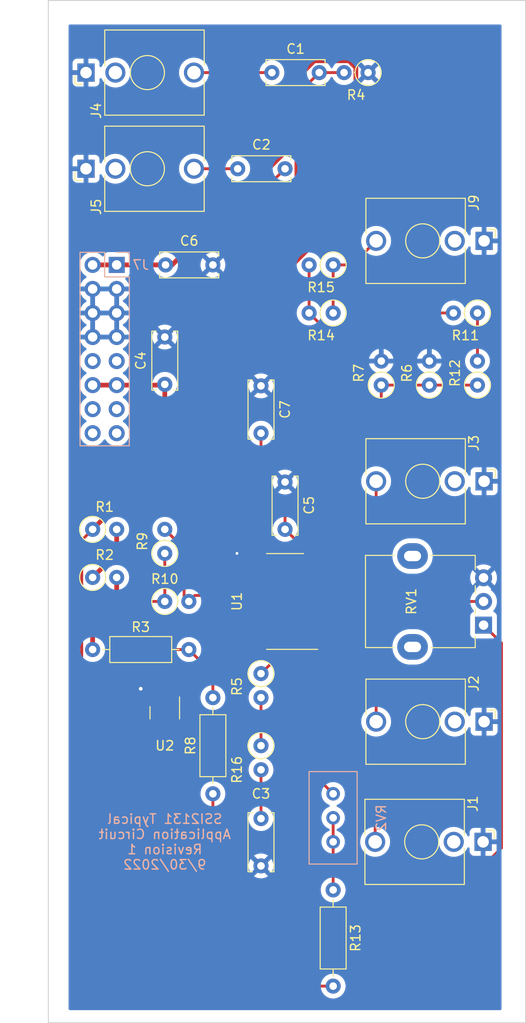
<source format=kicad_pcb>
(kicad_pcb (version 20211014) (generator pcbnew)
  (layers (0 "F.Cu" signal) (31 "B.Cu" power) (34 "B.Paste" user) (35 "F.Paste" user) (36 "B.SilkS" user "B.Silkscreen") (37 "F.SilkS" user "F.Silkscreen") (38 "B.Mask" user) (39 "F.Mask" user) (44 "Edge.Cuts" user))
  (net 0 "")
  (net 1 "Net-(C1-Pad1)")
  (net 2 "HardSync")
  (net 3 "SoftSync")
  (net 4 "Net-(C2-Pad2)")
  (net 5 "GND")
  (net 6 "Net-(C3-Pad2)")
  (net 7 "+5V")
  (net 8 "TCAP")
  (net 9 "-12V")
  (net 10 "Net-(R1-Pad2)")
  (net 11 "Net-(R2-Pad2)")
  (net 12 "VREF")
  (net 13 "BWComp")
  (net 14 "Net-(R16-Pad1)")
  (net 15 "HFTrack")
  (net 16 "Net-(R13-Pad2)")
  (net 17 "LinFreq")
  (net 18 "ExpoFreq")
  (net 23 "Net-(R13-Pad1)")
  (net 24 "ExpoScale")
  (net 25 "SawOut")
  (net 26 "PulseOut")
  (net 27 "TriOut")
  (net 28 "PWMCtrl")
  (net 29 "Net-(J9-PadT)")
  (net 30 "Net-(R11-Pad1)")
  (footprint "Capacitor_THT:C_Disc_D6.0mm_W2.5mm_P5.00mm" (layer "F.Cu") (at 114.3 86.36 90)
    (fp_text reference "C5" (at 2.54 2.54 90) (layer "F.SilkS"))
    (fp_text value "3.3 nF")
    (fp_line (start 5.62 -1.37) (end 5.62 -0.925) (layer "F.SilkS") (width 0.12))
    (fp_line (start -0.62 1.37) (end 5.62 1.37) (layer "F.SilkS") (width 0.12))
    (fp_line (start -0.62 -1.37) (end -0.62 -0.925) (layer "F.SilkS") (width 0.12))
    (fp_line (start -0.62 0.925) (end -0.62 1.37) (layer "F.SilkS") (width 0.12))
    (fp_line (start -0.62 -1.37) (end 5.62 -1.37) (layer "F.SilkS") (width 0.12))
    (fp_line (start 5.62 0.925) (end 5.62 1.37) (layer "F.SilkS") (width 0.12))
    (pad "1" thru_hole circle (at 0 0 90) (size 1.6 1.6) (drill 0.8) (layers *.Cu *.Mask) (net 8 "TCAP"))
    (pad "2" thru_hole circle (at 5 0 90) (size 1.6 1.6) (drill 0.8) (layers *.Cu *.Mask) (net 5 "GND"))
  )
  (footprint "Capacitor_THT:C_Disc_D6.0mm_W2.5mm_P5.00mm" (layer "F.Cu") (at 106.68 58.42 180)
    (fp_text reference "C6" (at 2.5 2.54) (layer "F.SilkS"))
    (fp_text value "0.1 uF")
    (fp_line (start -0.62 -1.37) (end 5.62 -1.37) (layer "F.SilkS") (width 0.12))
    (fp_line (start 5.62 -1.37) (end 5.62 -0.925) (layer "F.SilkS") (width 0.12))
    (fp_line (start 5.62 0.925) (end 5.62 1.37) (layer "F.SilkS") (width 0.12))
    (fp_line (start -0.62 0.925) (end -0.62 1.37) (layer "F.SilkS") (width 0.12))
    (fp_line (start -0.62 1.37) (end 5.62 1.37) (layer "F.SilkS") (width 0.12))
    (fp_line (start -0.62 -1.37) (end -0.62 -0.925) (layer "F.SilkS") (width 0.12))
    (pad "1" thru_hole circle (at 0 0 180) (size 1.6 1.6) (drill 0.8) (layers *.Cu *.Mask) (net 5 "GND"))
    (pad "2" thru_hole circle (at 5 0 180) (size 1.6 1.6) (drill 0.8) (layers *.Cu *.Mask) (net 9 "-12V"))
  )
  (footprint "Potentiometer_THT:Potentiometer_Alpha_RD901F-40-00D_Single_Vertical" (layer "F.Cu") (at 135.265 96.48 180)
    (fp_text reference "RV1" (at 7.62 2.5 90) (layer "F.SilkS"))
    (fp_text value "PWM Knob - 5 kOhms")
    (fp_line (start 0.88 7.37) (end 0.88 5.88) (layer "F.SilkS") (width 0.12))
    (fp_line (start 0.88 4.16) (end 0.88 3.33) (layer "F.SilkS") (width 0.12))
    (fp_line (start 0.88 -1.19) (end 0.88 -2.37) (layer "F.SilkS") (width 0.12))
    (fp_line (start 9.41 -2.37) (end 12.47 -2.37) (layer "F.SilkS") (width 0.12))
    (fp_line (start 9.41 7.37) (end 12.47 7.37) (layer "F.SilkS") (width 0.12))
    (fp_line (start 0.88 -2.38) (end 5.6 -2.38) (layer "F.SilkS") (width 0.12))
    (fp_line (start 0.88 7.37) (end 5.6 7.37) (layer "F.SilkS") (width 0.12))
    (fp_line (start 12.47 7.37) (end 12.47 -2.37) (layer "F.SilkS") (width 0.12))
    (fp_line (start 0.88 1.71) (end 0.88 1.18) (layer "F.SilkS") (width 0.12))
    (pad "" thru_hole oval (at 7.5 -2.3 270) (size 2.72 3.24) (drill oval 1.1 1.8) (layers *.Cu *.Mask))
    (pad "" thru_hole oval (at 7.5 7.3 270) (size 2.72 3.24) (drill oval 1.1 1.8) (layers *.Cu *.Mask))
    (pad "1" thru_hole rect (at 0 0 270) (size 1.8 1.8) (drill 1) (layers *.Cu *.Mask) (net 12 "VREF"))
    (pad "2" thru_hole circle (at 0 2.5 270) (size 1.8 1.8) (drill 1) (layers *.Cu *.Mask) (net 28 "PWMCtrl"))
    (pad "3" thru_hole circle (at 0 5 270) (size 1.8 1.8) (drill 1) (layers *.Cu *.Mask) (net 5 "GND"))
  )
  (footprint "Resistor_THT:R_Axial_DIN0207_L6.3mm_D2.5mm_P2.54mm_Vertical" (layer "F.Cu") (at 123.07 38.1 180)
    (fp_text reference "R4" (at 1.27 -2.37) (layer "F.SilkS"))
    (fp_text value "10 kOhms")
    (fp_line (start 1.37 0) (end 1.44 0) (layer "F.SilkS") (width 0.12))
    (fp_circle (center 0 0) (end 1.37 0) (layer "F.SilkS") (width 0.12) (fill none))
    (pad "1" thru_hole circle (at 0 0 180) (size 1.6 1.6) (drill 0.8) (layers *.Cu *.Mask) (net 5 "GND"))
    (pad "2" thru_hole oval (at 2.54 0 180) (size 1.6 1.6) (drill 0.8) (layers *.Cu *.Mask) (net 2 "HardSync"))
  )
  (footprint "Resistor_THT:R_Axial_DIN0207_L6.3mm_D2.5mm_P2.54mm_Vertical" (layer "F.Cu") (at 101.6 93.98)
    (fp_text reference "R10" (at 0 -2.37) (layer "F.SilkS"))
    (fp_text value "1 MOhms")
    (fp_line (start 1.37 0) (end 1.44 0) (layer "F.SilkS") (width 0.12))
    (fp_circle (center 0 0) (end 1.37 0) (layer "F.SilkS") (width 0.12) (fill none))
    (pad "1" thru_hole circle (at 0 0) (size 1.6 1.6) (drill 0.8) (layers *.Cu *.Mask) (net 12 "VREF"))
    (pad "2" thru_hole oval (at 2.54 0) (size 1.6 1.6) (drill 0.8) (layers *.Cu *.Mask) (net 17 "LinFreq"))
  )
  (footprint "Resistor_THT:R_Axial_DIN0207_L6.3mm_D2.5mm_P2.54mm_Vertical" (layer "F.Cu") (at 134.62 63.5 180)
    (fp_text reference "R11" (at 1.27 -2.37) (layer "F.SilkS"))
    (fp_text value "220 kOhms")
    (fp_line (start 1.37 0) (end 1.44 0) (layer "F.SilkS") (width 0.12))
    (fp_circle (center 0 0) (end 1.37 0) (layer "F.SilkS") (width 0.12) (fill none))
    (pad "1" thru_hole circle (at 0 0 180) (size 1.6 1.6) (drill 0.8) (layers *.Cu *.Mask) (net 30 "Net-(R11-Pad1)"))
    (pad "2" thru_hole oval (at 2.54 0 180) (size 1.6 1.6) (drill 0.8) (layers *.Cu *.Mask) (net 18 "ExpoFreq"))
  )
  (footprint "Resistor_THT:R_Axial_DIN0207_L6.3mm_D2.5mm_P2.54mm_Vertical" (layer "F.Cu") (at 111.76 101.6 -90)
    (fp_text reference "R5" (at 1.37 2.54 90) (layer "F.SilkS"))
    (fp_text value "220 Ohms")
    (fp_line (start 1.37 0) (end 1.44 0) (layer "F.SilkS") (width 0.12))
    (fp_circle (center 0 0) (end 1.37 0) (layer "F.SilkS") (width 0.12) (fill none))
    (pad "1" thru_hole circle (at 0 0 270) (size 1.6 1.6) (drill 0.8) (layers *.Cu *.Mask) (net 13 "BWComp"))
    (pad "2" thru_hole oval (at 2.54 0 270) (size 1.6 1.6) (drill 0.8) (layers *.Cu *.Mask) (net 14 "Net-(R16-Pad1)"))
  )
  (footprint "Connector_Audio:Jack_3.5mm_QingPu_WQP-PJ398SM_Vertical_CircularHoles" (layer "F.Cu") (at 135.32 81.28 -90)
    (fp_text reference "J3" (at -4.03 1.08 90) (layer "F.SilkS"))
    (fp_text value "Tri Out")
    (fp_line (start -0.8 12.48) (end -4.5 12.48) (layer "F.SilkS") (width 0.12))
    (fp_line (start -0.72 1.98) (end -4.5 1.98) (layer "F.SilkS") (width 0.12))
    (fp_line (start 4.5 12.48) (end 0.8 12.48) (layer "F.SilkS") (width 0.12))
    (fp_line (start 4.5 1.98) (end 4.5 12.48) (layer "F.SilkS") (width 0.12))
    (fp_line (start 4.5 1.98) (end 0.72 1.98) (layer "F.SilkS") (width 0.12))
    (fp_line (start -1.23 -1.17) (end -1.23 -0.37) (layer "F.SilkS") (width 0.12))
    (fp_line (start -1.23 -1.17) (end -0.37 -1.17) (layer "F.SilkS") (width 0.12))
    (fp_line (start -4.5 1.98) (end -4.5 12.48) (layer "F.SilkS") (width 0.12))
    (fp_circle (center 0 6.48) (end 1.8 6.48) (layer "F.SilkS") (width 0.12) (fill none))
    (pad "S" thru_hole rect (at 0 0 90) (size 1.93 1.83) (drill 1.22) (layers *.Cu *.Mask) (net 5 "GND"))
    (pad "T" thru_hole circle (at 0 11.4 90) (size 2.13 2.13) (drill 1.43) (layers *.Cu *.Mask) (net 27 "TriOut"))
    (pad "TN" thru_hole circle (at 0 3.1 90) (size 2.13 2.13) (drill 1.42) (layers *.Cu *.Mask))
  )
  (footprint "Resistor_THT:R_Axial_DIN0207_L6.3mm_D2.5mm_P2.54mm_Vertical" (layer "F.Cu") (at 93.98 86.36)
    (fp_text reference "R1" (at 1.27 -2.37) (layer "F.SilkS"))
    (fp_text value "4.7 kOhms")
    (fp_line (start 1.37 0) (end 1.44 0) (layer "F.SilkS") (width 0.12))
    (fp_circle (center 0 0) (end 1.37 0) (layer "F.SilkS") (width 0.12) (fill none))
    (pad "1" thru_hole circle (at 0 0) (size 1.6 1.6) (drill 0.8) (layers *.Cu *.Mask) (net 7 "+5V"))
    (pad "2" thru_hole oval (at 2.54 0) (size 1.6 1.6) (drill 0.8) (layers *.Cu *.Mask) (net 10 "Net-(R1-Pad2)"))
  )
  (footprint "Connector_Audio:Jack_3.5mm_QingPu_WQP-PJ398SM_Vertical_CircularHoles" (layer "F.Cu") (at 93.28 38.1 90)
    (fp_text reference "J4" (at -4.03 1.08 90) (layer "F.SilkS"))
    (fp_text value "Hard Sync")
    (fp_line (start -0.72 1.98) (end -4.5 1.98) (layer "F.SilkS") (width 0.12))
    (fp_line (start 4.5 1.98) (end 0.72 1.98) (layer "F.SilkS") (width 0.12))
    (fp_line (start -1.23 -1.17) (end -0.37 -1.17) (layer "F.SilkS") (width 0.12))
    (fp_line (start -1.23 -1.17) (end -1.23 -0.37) (layer "F.SilkS") (width 0.12))
    (fp_line (start -0.8 12.48) (end -4.5 12.48) (layer "F.SilkS") (width 0.12))
    (fp_line (start 4.5 12.48) (end 0.8 12.48) (layer "F.SilkS") (width 0.12))
    (fp_line (start 4.5 1.98) (end 4.5 12.48) (layer "F.SilkS") (width 0.12))
    (fp_line (start -4.5 1.98) (end -4.5 12.48) (layer "F.SilkS") (width 0.12))
    (fp_circle (center 0 6.48) (end 1.8 6.48) (layer "F.SilkS") (width 0.12) (fill none))
    (pad "S" thru_hole rect (at 0 0 270) (size 1.93 1.83) (drill 1.22) (layers *.Cu *.Mask) (net 5 "GND"))
    (pad "T" thru_hole circle (at 0 11.4 270) (size 2.13 2.13) (drill 1.43) (layers *.Cu *.Mask) (net 1 "Net-(C1-Pad1)"))
    (pad "TN" thru_hole circle (at 0 3.1 270) (size 2.13 2.13) (drill 1.42) (layers *.Cu *.Mask))
  )
  (footprint "Resistor_THT:R_Axial_DIN0207_L6.3mm_D2.5mm_P10.16mm_Horizontal" (layer "F.Cu") (at 106.68 114.3 90)
    (fp_text reference "R8" (at 5.08 -2.37 90) (layer "F.SilkS"))
    (fp_text value "22 kOhms")
    (fp_line (start 8.35 -1.37) (end 1.81 -1.37) (layer "F.SilkS") (width 0.12))
    (fp_line (start 1.04 0) (end 1.81 0) (layer "F.SilkS") (width 0.12))
    (fp_line (start 1.81 1.37) (end 8.35 1.37) (layer "F.SilkS") (width 0.12))
    (fp_line (start 9.12 0) (end 8.35 0) (layer "F.SilkS") (width 0.12))
    (fp_line (start 1.81 -1.37) (end 1.81 1.37) (layer "F.SilkS") (width 0.12))
    (fp_line (start 8.35 1.37) (end 8.35 -1.37) (layer "F.SilkS") (width 0.12))
    (pad "1" thru_hole circle (at 0 0 90) (size 1.6 1.6) (drill 0.8) (layers *.Cu *.Mask) (net 16 "Net-(R13-Pad2)"))
    (pad "2" thru_hole oval (at 10.16 0 90) (size 1.6 1.6) (drill 0.8) (layers *.Cu *.Mask) (net 12 "VREF"))
  )
  (footprint "Capacitor_THT:C_Disc_D6.0mm_W2.5mm_P5.00mm" (layer "F.Cu") (at 111.76 76.2 90)
    (fp_text reference "C7" (at 2.5 2.54 90) (layer "F.SilkS"))
    (fp_text value "680 pF")
    (fp_line (start -0.62 -1.37) (end 5.62 -1.37) (layer "F.SilkS") (width 0.12))
    (fp_line (start -0.62 1.37) (end 5.62 1.37) (layer "F.SilkS") (width 0.12))
    (fp_line (start -0.62 0.925) (end -0.62 1.37) (layer "F.SilkS") (width 0.12))
    (fp_line (start 5.62 0.925) (end 5.62 1.37) (layer "F.SilkS") (width 0.12))
    (fp_line (start 5.62 -1.37) (end 5.62 -0.925) (layer "F.SilkS") (width 0.12))
    (fp_line (start -0.62 -1.37) (end -0.62 -0.925) (layer "F.SilkS") (width 0.12))
    (pad "1" thru_hole circle (at 0 0 90) (size 1.6 1.6) (drill 0.8) (layers *.Cu *.Mask) (net 8 "TCAP"))
    (pad "2" thru_hole circle (at 5 0 90) (size 1.6 1.6) (drill 0.8) (layers *.Cu *.Mask) (net 5 "GND"))
  )
  (footprint "Connector_Audio:Jack_3.5mm_QingPu_WQP-PJ398SM_Vertical_CircularHoles" (layer "F.Cu") (at 93.28 48.26 90)
    (fp_text reference "J5" (at -4.03 1.08 90) (layer "F.SilkS"))
    (fp_text value "Soft Sync")
    (fp_line (start -0.8 12.48) (end -4.5 12.48) (layer "F.SilkS") (width 0.12))
    (fp_line (start 4.5 12.48) (end 0.8 12.48) (layer "F.SilkS") (width 0.12))
    (fp_line (start -1.23 -1.17) (end -1.23 -0.37) (layer "F.SilkS") (width 0.12))
    (fp_line (start 4.5 1.98) (end 0.72 1.98) (layer "F.SilkS") (width 0.12))
    (fp_line (start 4.5 1.98) (end 4.5 12.48) (layer "F.SilkS") (width 0.12))
    (fp_line (start -4.5 1.98) (end -4.5 12.48) (layer "F.SilkS") (width 0.12))
    (fp_line (start -0.72 1.98) (end -4.5 1.98) (layer "F.SilkS") (width 0.12))
    (fp_line (start -1.23 -1.17) (end -0.37 -1.17) (layer "F.SilkS") (width 0.12))
    (fp_circle (center 0 6.48) (end 1.8 6.48) (layer "F.SilkS") (width 0.12) (fill none))
    (pad "S" thru_hole rect (at 0 0 270) (size 1.93 1.83) (drill 1.22) (layers *.Cu *.Mask) (net 5 "GND"))
    (pad "T" thru_hole circle (at 0 11.4 270) (size 2.13 2.13) (drill 1.43) (layers *.Cu *.Mask) (net 4 "Net-(C2-Pad2)"))
    (pad "TN" thru_hole circle (at 0 3.1 270) (size 2.13 2.13) (drill 1.42) (layers *.Cu *.Mask))
  )
  (footprint "Resistor_THT:R_Axial_DIN0207_L6.3mm_D2.5mm_P2.54mm_Vertical" (layer "F.Cu") (at 134.62 71.12 90)
    (fp_text reference "R12" (at 1.27 -2.37 90) (layer "F.SilkS"))
    (fp_text value "47 kOhms")
    (fp_line (start 1.37 0) (end 1.44 0) (layer "F.SilkS") (width 0.12))
    (fp_circle (center 0 0) (end 1.37 0) (layer "F.SilkS") (width 0.12) (fill none))
    (pad "1" thru_hole circle (at 0 0 90) (size 1.6 1.6) (drill 0.8) (layers *.Cu *.Mask) (net 15 "HFTrack"))
    (pad "2" thru_hole oval (at 2.54 0 90) (size 1.6 1.6) (drill 0.8) (layers *.Cu *.Mask) (net 30 "Net-(R11-Pad1)"))
  )
  (footprint "Resistor_THT:R_Axial_DIN0207_L6.3mm_D2.5mm_P2.54mm_Vertical" (layer "F.Cu") (at 124.46 71.12 90)
    (fp_text reference "R7" (at 1.27 -2.37 90) (layer "F.SilkS"))
    (fp_text value "47 kOhms")
    (fp_line (start 1.37 0) (end 1.44 0) (layer "F.SilkS") (width 0.12))
    (fp_circle (center 0 0) (end 1.37 0) (layer "F.SilkS") (width 0.12) (fill none))
    (pad "1" thru_hole circle (at 0 0 90) (size 1.6 1.6) (drill 0.8) (layers *.Cu *.Mask) (net 15 "HFTrack"))
    (pad "2" thru_hole oval (at 2.54 0 90) (size 1.6 1.6) (drill 0.8) (layers *.Cu *.Mask) (net 5 "GND"))
  )
  (footprint "Resistor_THT:R_Axial_DIN0207_L6.3mm_D2.5mm_P10.16mm_Horizontal" (layer "F.Cu") (at 93.98 99.06)
    (fp_text reference "R3" (at 5.08 -2.37) (layer "F.SilkS"))
    (fp_text value "1 kOhms")
    (fp_line (start 1.04 0) (end 1.81 0) (layer "F.SilkS") (width 0.12))
    (fp_line (start 1.81 -1.37) (end 1.81 1.37) (layer "F.SilkS") (width 0.12))
    (fp_line (start 8.35 -1.37) (end 1.81 -1.37) (layer "F.SilkS") (width 0.12))
    (fp_line (start 9.12 0) (end 8.35 0) (layer "F.SilkS") (width 0.12))
    (fp_line (start 8.35 1.37) (end 8.35 -1.37) (layer "F.SilkS") (width 0.12))
    (fp_line (start 1.81 1.37) (end 8.35 1.37) (layer "F.SilkS") (width 0.12))
    (pad "1" thru_hole circle (at 0 0) (size 1.6 1.6) (drill 0.8) (layers *.Cu *.Mask) (net 11 "Net-(R2-Pad2)"))
    (pad "2" thru_hole oval (at 10.16 0) (size 1.6 1.6) (drill 0.8) (layers *.Cu *.Mask) (net 12 "VREF"))
  )
  (footprint "Resistor_THT:R_Axial_DIN0207_L6.3mm_D2.5mm_P2.54mm_Vertical" (layer "F.Cu") (at 129.54 71.12 90)
    (fp_text reference "R6" (at 1.27 -2.37 90) (layer "F.SilkS"))
    (fp_text value "4.7 kOhms")
    (fp_line (start 1.37 0) (end 1.44 0) (layer "F.SilkS") (width 0.12))
    (fp_circle (center 0 0) (end 1.37 0) (layer "F.SilkS") (width 0.12) (fill none))
    (pad "1" thru_hole circle (at 0 0 90) (size 1.6 1.6) (drill 0.8) (layers *.Cu *.Mask) (net 15 "HFTrack"))
    (pad "2" thru_hole oval (at 2.54 0 90) (size 1.6 1.6) (drill 0.8) (layers *.Cu *.Mask) (net 5 "GND"))
  )
  (footprint "Resistor_THT:R_Axial_DIN0207_L6.3mm_D2.5mm_P2.54mm_Vertical" (layer "F.Cu") (at 93.98 91.44)
    (fp_text reference "R2" (at 1.27 -2.37) (layer "F.SilkS"))
    (fp_text value "2.2 kOhms")
    (fp_line (start 1.37 0) (end 1.44 0) (layer "F.SilkS") (width 0.12))
    (fp_circle (center 0 0) (end 1.37 0) (layer "F.SilkS") (width 0.12) (fill none))
    (pad "1" thru_hole circle (at 0 0) (size 1.6 1.6) (drill 0.8) (layers *.Cu *.Mask) (net 10 "Net-(R1-Pad2)"))
    (pad "2" thru_hole oval (at 2.54 0) (size 1.6 1.6) (drill 0.8) (layers *.Cu *.Mask) (net 11 "Net-(R2-Pad2)"))
  )
  (footprint "Capacitor_THT:C_Disc_D6.0mm_W2.5mm_P5.00mm" (layer "F.Cu") (at 101.6 66.04 -90)
    (fp_text reference "C4" (at 2.5 2.54 90) (layer "F.SilkS"))
    (fp_text value "0.1 uF")
    (fp_line (start -0.62 0.925) (end -0.62 1.37) (layer "F.SilkS") (width 0.12))
    (fp_line (start -0.62 1.37) (end 5.62 1.37) (layer "F.SilkS") (width 0.12))
    (fp_line (start 5.62 -1.37) (end 5.62 -0.925) (layer "F.SilkS") (width 0.12))
    (fp_line (start -0.62 -1.37) (end 5.62 -1.37) (layer "F.SilkS") (width 0.12))
    (fp_line (start 5.62 0.925) (end 5.62 1.37) (layer "F.SilkS") (width 0.12))
    (fp_line (start -0.62 -1.37) (end -0.62 -0.925) (layer "F.SilkS") (width 0.12))
    (pad "1" thru_hole circle (at 0 0 270) (size 1.6 1.6) (drill 0.8) (layers *.Cu *.Mask) (net 5 "GND"))
    (pad "2" thru_hole circle (at 5 0 270) (size 1.6 1.6) (drill 0.8) (layers *.Cu *.Mask) (net 7 "+5V"))
  )
  (footprint "Resistor_THT:R_Axial_DIN0207_L6.3mm_D2.5mm_P2.54mm_Vertical" (layer "F.Cu") (at 119.38 63.5 180)
    (fp_text reference "R14" (at 1.27 -2.37 180) (layer "F.SilkS"))
    (fp_text value "100 kOhms")
    (fp_line (start 1.37 0) (end 1.44 0) (layer "F.SilkS") (width 0.12))
    (fp_circle (center 0 0) (end 1.37 0) (layer "F.SilkS") (width 0.12) (fill none))
    (pad "1" thru_hole circle (at 0 0 180) (size 1.6 1.6) (drill 0.8) (layers *.Cu *.Mask) (net 29 "Net-(J9-PadT)"))
    (pad "2" thru_hole oval (at 2.54 0 180) (size 1.6 1.6) (drill 0.8) (layers *.Cu *.Mask) (net 18 "ExpoFreq"))
  )
  (footprint "Capacitor_THT:C_Disc_D6.0mm_W2.5mm_P5.00mm" (layer "F.Cu") (at 111.76 121.92 90)
    (fp_text reference "C3" (at 7.62 0 180) (layer "F.SilkS"))
    (fp_text value "10 nF")
    (fp_line (start -0.62 1.37) (end 5.62 1.37) (layer "F.SilkS") (width 0.12))
    (fp_line (start 5.62 -1.37) (end 5.62 -0.925) (layer "F.SilkS") (width 0.12))
    (fp_line (start 5.62 0.925) (end 5.62 1.37) (layer "F.SilkS") (width 0.12))
    (fp_line (start -0.62 -1.37) (end 5.62 -1.37) (layer "F.SilkS") (width 0.12))
    (fp_line (start -0.62 -1.37) (end -0.62 -0.925) (layer "F.SilkS") (width 0.12))
    (fp_line (start -0.62 0.925) (end -0.62 1.37) (layer "F.SilkS") (width 0.12))
    (pad "1" thru_hole circle (at 0 0 90) (size 1.6 1.6) (drill 0.8) (layers *.Cu *.Mask) (net 5 "GND"))
    (pad "2" thru_hole circle (at 5 0 90) (size 1.6 1.6) (drill 0.8) (layers *.Cu *.Mask) (net 6 "Net-(C3-Pad2)"))
  )
  (footprint "Package_SO:SOIC-16_3.9x9.9mm_P1.27mm" (layer "F.Cu") (at 114.3 93.98 180)
    (fp_text reference "U1" (at 5.08 0 90) (layer "F.SilkS"))
    (fp_text value "SSI2131")
    (fp_line (start 0 -5.06) (end 1.95 -5.06) (layer "F.SilkS") (width 0.12))
    (fp_line (start 0 -5.06) (end -3.45 -5.06) (layer "F.SilkS") (width 0.12))
    (fp_line (start 0 5.06) (end -1.95 5.06) (layer "F.SilkS") (width 0.12))
    (fp_line (start 0 5.06) (end 1.95 5.06) (layer "F.SilkS") (width 0.12))
    (pad "1" smd roundrect (at -2.475 -4.445 180) (size 1.95 0.6) (layers "F.Cu" "F.Paste" "F.Mask") (net 25 "SawOut"))
    (pad "2" smd roundrect (at -2.475 -3.175 180) (size 1.95 0.6) (layers "F.Cu" "F.Paste" "F.Mask") (net 26 "PulseOut"))
    (pad "3" smd roundrect (at -2.475 -1.905 180) (size 1.95 0.6) (layers "F.Cu" "F.Paste" "F.Mask") (net 28 "PWMCtrl"))
    (pad "4" smd roundrect (at -2.475 -0.635 180) (size 1.95 0.6) (layers "F.Cu" "F.Paste" "F.Mask") (net 27 "TriOut"))
    (pad "5" smd roundrect (at -2.475 0.635 180) (size 1.95 0.6) (layers "F.Cu" "F.Paste" "F.Mask") (net 15 "HFTrack"))
    (pad "6" smd roundrect (at -2.475 1.905 180) (size 1.95 0.6) (layers "F.Cu" "F.Paste" "F.Mask") (net 18 "ExpoFreq"))
    (pad "7" smd roundrect (at -2.475 3.175 180) (size 1.95 0.6) (layers "F.Cu" "F.Paste" "F.Mask") (net 9 "-12V"))
    (pad "8" smd roundrect (at -2.475 4.445 180) (size 1.95 0.6) (layers "F.Cu" "F.Paste" "F.Mask") (net 8 "TCAP"))
    (pad "9" smd roundrect (at 2.475 4.445 180) (size 1.95 0.6) (layers "F.Cu" "F.Paste" "F.Mask") (net 5 "GND"))
    (pad "10" smd roundrect (at 2.475 3.175 180) (size 1.95 0.6) (layers "F.Cu" "F.Paste" "F.Mask") (net 2 "HardSync"))
    (pad "11" smd roundrect (at 2.475 1.905 180) (size 1.95 0.6) (layers "F.Cu" "F.Paste" "F.Mask") (net 3 "SoftSync"))
    (pad "12" smd roundrect (at 2.475 0.635 180) (size 1.95 0.6) (layers "F.Cu" "F.Paste" "F.Mask") (net 17 "LinFreq"))
    (pad "13" smd roundrect (at 2.475 -0.635 180) (size 1.95 0.6) (layers "F.Cu" "F.Paste" "F.Mask") (net 24 "ExpoScale"))
    (pad "14" smd roundrect (at 2.475 -1.905 180) (size 1.95 0.6) (layers "F.Cu" "F.Paste" "F.Mask") (net 12 "VREF"))
    (pad "15" smd roundrect (at 2.475 -3.175 180) (size 1.95 0.6) (layers "F.Cu" "F.Paste" "F.Mask") (net 13 "BWComp"))
    (pad "16" smd roundrect (at 2.475 -4.445 180) (size 1.95 0.6) (layers "F.Cu" "F.Paste" "F.Mask") (net 7 "+5V"))
  )
  (footprint "Resistor_THT:R_Axial_DIN0207_L6.3mm_D2.5mm_P2.54mm_Vertical" (layer "F.Cu") (at 119.38 58.42 180)
    (fp_text reference "R15" (at 1.27 -2.37 180) (layer "F.SilkS"))
    (fp_text value "100 kOhms")
    (fp_line (start 1.37 0) (end 1.44 0) (layer "F.SilkS") (width 0.12))
    (fp_circle (center 0 0) (end 1.37 0) (layer "F.SilkS") (width 0.12) (fill none))
    (pad "1" thru_hole circle (at 0 0 180) (size 1.6 1.6) (drill 0.8) (layers *.Cu *.Mask) (net 29 "Net-(J9-PadT)"))
    (pad "2" thru_hole oval (at 2.54 0 180) (size 1.6 1.6) (drill 0.8) (layers *.Cu *.Mask) (net 18 "ExpoFreq"))
  )
  (footprint "Capacitor_THT:C_Disc_D6.0mm_W2.5mm_P5.00mm" (layer "F.Cu") (at 114.3 48.26 180)
    (fp_text reference "C2" (at 2.5 2.54 180) (layer "F.SilkS"))
    (fp_text value "10 nF")
    (fp_line (start -0.62 -1.37) (end 5.62 -1.37) (layer "F.SilkS") (width 0.12))
    (fp_line (start -0.62 1.37) (end 5.62 1.37) (layer "F.SilkS") (width 0.12))
    (fp_line (start 5.62 -1.37) (end 5.62 -0.925) (layer "F.SilkS") (width 0.12))
    (fp_line (start -0.62 -1.37) (end -0.62 -0.925) (layer "F.SilkS") (width 0.12))
    (fp_line (start 5.62 0.925) (end 5.62 1.37) (layer "F.SilkS") (width 0.12))
    (fp_line (start -0.62 0.925) (end -0.62 1.37) (layer "F.SilkS") (width 0.12))
    (pad "1" thru_hole circle (at 0 0 180) (size 1.6 1.6) (drill 0.8) (layers *.Cu *.Mask) (net 3 "SoftSync"))
    (pad "2" thru_hole circle (at 5 0 180) (size 1.6 1.6) (drill 0.8) (layers *.Cu *.Mask) (net 4 "Net-(C2-Pad2)"))
  )
  (footprint "Connector_Audio:Jack_3.5mm_QingPu_WQP-PJ398SM_Vertical_CircularHoles" (layer "F.Cu") (at 135.215 119.38 -90)
    (fp_text reference "J1" (at -4.03 1.08 90) (layer "F.SilkS"))
    (fp_text value "Saw Out")
    (fp_line (start -1.23 -1.17) (end -0.37 -1.17) (layer "F.SilkS") (width 0.12))
    (fp_line (start -4.5 1.98) (end -4.5 12.48) (layer "F.SilkS") (width 0.12))
    (fp_line (start 4.5 1.98) (end 0.72 1.98) (layer "F.SilkS") (width 0.12))
    (fp_line (start 4.5 1.98) (end 4.5 12.48) (layer "F.SilkS") (width 0.12))
    (fp_line (start 4.5 12.48) (end 0.8 12.48) (layer "F.SilkS") (width 0.12))
    (fp_line (start -0.8 12.48) (end -4.5 12.48) (layer "F.SilkS") (width 0.12))
    (fp_line (start -0.72 1.98) (end -4.5 1.98) (layer "F.SilkS") (width 0.12))
    (fp_line (start -1.23 -1.17) (end -1.23 -0.37) (layer "F.SilkS") (width 0.12))
    (fp_circle (center 0 6.48) (end 1.8 6.48) (layer "F.SilkS") (width 0.12) (fill none))
    (pad "S" thru_hole rect (at 0 0 90) (size 1.93 1.83) (drill 1.22) (layers *.Cu *.Mask) (net 5 "GND"))
    (pad "T" thru_hole circle (at 0 11.4 90) (size 2.13 2.13) (drill 1.43) (layers *.Cu *.Mask) (net 25 "SawOut"))
    (pad "TN" thru_hole circle (at 0 3.1 90) (size 2.13 2.13) (drill 1.42) (layers *.Cu *.Mask))
  )
  (footprint "Resistor_THT:R_Axial_DIN0207_L6.3mm_D2.5mm_P2.54mm_Vertical" (layer "F.Cu") (at 111.76 109.22 -90)
    (fp_text reference "R16" (at 2.54 2.54 90) (layer "F.SilkS"))
    (fp_text value "47 Ohms")
    (fp_line (start 1.37 0) (end 1.44 0) (layer "F.SilkS") (width 0.12))
    (fp_circle (center 0 0) (end 1.37 0) (layer "F.SilkS") (width 0.12) (fill none))
    (pad "1" thru_hole circle (at 0 0 270) (size 1.6 1.6) (drill 0.8) (layers *.Cu *.Mask) (net 14 "Net-(R16-Pad1)"))
    (pad "2" thru_hole oval (at 2.54 0 270) (size 1.6 1.6) (drill 0.8) (layers *.Cu *.Mask) (net 6 "Net-(C3-Pad2)"))
  )
  (footprint "Resistor_THT:R_Axial_DIN0207_L6.3mm_D2.5mm_P2.54mm_Vertical" (layer "F.Cu") (at 101.6 88.9 90)
    (fp_text reference "R9" (at 1.27 -2.37 90) (layer "F.SilkS"))
    (fp_text value "1 MOhms")
    (fp_line (start 1.37 0) (end 1.44 0) (layer "F.SilkS") (width 0.12))
    (fp_circle (center 0 0) (end 1.37 0) (layer "F.SilkS") (width 0.12) (fill none))
    (pad "1" thru_hole circle (at 0 0 90) (size 1.6 1.6) (drill 0.8) (layers *.Cu *.Mask) (net 12 "VREF"))
    (pad "2" thru_hole oval (at 2.54 0 90) (size 1.6 1.6) (drill 0.8) (layers *.Cu *.Mask) (net 17 "LinFreq"))
  )
  (footprint "Capacitor_THT:C_Disc_D6.0mm_W2.5mm_P5.00mm" (layer "F.Cu") (at 112.91 38.1)
    (fp_text reference "C1" (at 2.5 -2.5) (layer "F.SilkS"))
    (fp_text value "10 nF")
    (fp_line (start 5.62 0.925) (end 5.62 1.37) (layer "F.SilkS") (width 0.12))
    (fp_line (start -0.62 -1.37) (end 5.62 -1.37) (layer "F.SilkS") (width 0.12))
    (fp_line (start -0.62 0.925) (end -0.62 1.37) (layer "F.SilkS") (width 0.12))
    (fp_line (start -0.62 -1.37) (end -0.62 -0.925) (layer "F.SilkS") (width 0.12))
    (fp_line (start 5.62 -1.37) (end 5.62 -0.925) (layer "F.SilkS") (width 0.12))
    (fp_line (start -0.62 1.37) (end 5.62 1.37) (layer "F.SilkS") (width 0.12))
    (pad "1" thru_hole circle (at 0 0) (size 1.6 1.6) (drill 0.8) (layers *.Cu *.Mask) (net 1 "Net-(C1-Pad1)"))
    (pad "2" thru_hole circle (at 5 0) (size 1.6 1.6) (drill 0.8) (layers *.Cu *.Mask) (net 2 "HardSync"))
  )
  (footprint "Resistor_THT:R_Axial_DIN0207_L6.3mm_D2.5mm_P10.16mm_Horizontal" (layer "F.Cu") (at 119.38 124.46 -90)
    (fp_text reference "R13" (at 5.08 -2.37 -90) (layer "F.SilkS"))
    (fp_text value "100 Ohms")
    (fp_line (start 1.81 -1.37) (end 1.81 1.37) (layer "F.SilkS") (width 0.12))
    (fp_line (start 1.04 0) (end 1.81 0) (layer "F.SilkS") (width 0.12))
    (fp_line (start 1.81 1.37) (end 8.35 1.37) (layer "F.SilkS") (width 0.12))
    (fp_line (start 8.35 1.37) (end 8.35 -1.37) (layer "F.SilkS") (width 0.12))
    (fp_line (start 8.35 -1.37) (end 1.81 -1.37) (layer "F.SilkS") (width 0.12))
    (fp_line (start 9.12 0) (end 8.35 0) (layer "F.SilkS") (width 0.12))
    (pad "1" thru_hole circle (at 0 0 270) (size 1.6 1.6) (drill 0.8) (layers *.Cu *.Mask) (net 23 "Net-(R13-Pad1)"))
    (pad "2" thru_hole oval (at 10.16 0 270) (size 1.6 1.6) (drill 0.8) (layers *.Cu *.Mask) (net 16 "Net-(R13-Pad2)"))
  )
  (footprint "Connector_Audio:Jack_3.5mm_QingPu_WQP-PJ398SM_Vertical_CircularHoles" (layer "F.Cu") (at 135.32 106.68 -90)
    (fp_text reference "J2" (at -4.03 1.08 90) (layer "F.SilkS"))
    (fp_text value "Pulse Out")
    (fp_line (start -0.8 12.48) (end -4.5 12.48) (layer "F.SilkS") (width 0.12))
    (fp_line (start -0.72 1.98) (end -4.5 1.98) (layer "F.SilkS") (width 0.12))
    (fp_line (start -1.23 -1.17) (end -0.37 -1.17) (layer "F.SilkS") (width 0.12))
    (fp_line (start 4.5 12.48) (end 0.8 12.48) (layer "F.SilkS") (width 0.12))
    (fp_line (start 4.5 1.98) (end 0.72 1.98) (layer "F.SilkS") (width 0.12))
    (fp_line (start -1.23 -1.17) (end -1.23 -0.37) (layer "F.SilkS") (width 0.12))
    (fp_line (start 4.5 1.98) (end 4.5 12.48) (layer "F.SilkS") (width 0.12))
    (fp_line (start -4.5 1.98) (end -4.5 12.48) (layer "F.SilkS") (width 0.12))
    (fp_circle (center 0 6.48) (end 1.8 6.48) (layer "F.SilkS") (width 0.12) (fill none))
    (pad "S" thru_hole rect (at 0 0 90) (size 1.93 1.83) (drill 1.22) (layers *.Cu *.Mask) (net 5 "GND"))
    (pad "T" thru_hole circle (at 0 11.4 90) (size 2.13 2.13) (drill 1.43) (layers *.Cu *.Mask) (net 26 "PulseOut"))
    (pad "TN" thru_hole circle (at 0 3.1 90) (size 2.13 2.13) (drill 1.42) (layers *.Cu *.Mask))
  )
  (footprint "Package_TO_SOT_SMD:SOT-23" (layer "F.Cu") (at 101.6 105.7425 -90)
    (fp_text reference "U2" (at 3.4775 0 180) (layer "F.SilkS"))
    (fp_text value "LM4040DBZ-2.5")
    (fp_line (start 0 -1.56) (end 0.65 -1.56) (layer "F.SilkS") (width 0.12))
    (fp_line (start 0 -1.56) (end -1.675 -1.56) (layer "F.SilkS") (width 0.12))
    (fp_line (start 0 1.56) (end 0.65 1.56) (layer "F.SilkS") (width 0.12))
    (fp_line (start 0 1.56) (end -0.65 1.56) (layer "F.SilkS") (width 0.12))
    (pad "1" smd roundrect (at -0.9375 -0.95 270) (size 1.475 0.6) (layers "F.Cu" "F.Paste" "F.Mask") (net 12 "VREF"))
    (pad "2" smd roundrect (at -0.9375 0.95 270) (size 1.475 0.6) (layers "F.Cu" "F.Paste" "F.Mask") (net 5 "GND"))
    (pad "3" smd roundrect (at 0.9375 0 270) (size 1.475 0.6) (layers "F.Cu" "F.Paste" "F.Mask"))
  )
  (footprint "Connector_Audio:Jack_3.5mm_QingPu_WQP-PJ398SM_Vertical_CircularHoles" (layer "F.Cu") (at 135.32 55.88 -90)
    (fp_text reference "J9" (at -4.03 1.08 90) (layer "F.SilkS"))
    (fp_text value "Expo Freq")
    (fp_line (start -0.72 1.98) (end -4.5 1.98) (layer "F.SilkS") (width 0.12))
    (fp_line (start 4.5 1.98) (end 4.5 12.48) (layer "F.SilkS") (width 0.12))
    (fp_line (start -1.23 -1.17) (end -1.23 -0.37) (layer "F.SilkS") (width 0.12))
    (fp_line (start -4.5 1.98) (end -4.5 12.48) (layer "F.SilkS") (width 0.12))
    (fp_line (start -0.8 12.48) (end -4.5 12.48) (layer "F.SilkS") (width 0.12))
    (fp_line (start 4.5 1.98) (end 0.72 1.98) (layer "F.SilkS") (width 0.12))
    (fp_line (start -1.23 -1.17) (end -0.37 -1.17) (layer "F.SilkS") (width 0.12))
    (fp_line (start 4.5 12.48) (end 0.8 12.48) (layer "F.SilkS") (width 0.12))
    (fp_circle (center 0 6.48) (end 1.8 6.48) (layer "F.SilkS") (width 0.12) (fill none))
    (pad "S" thru_hole rect (at 0 0 90) (size 1.93 1.83) (drill 1.22) (layers *.Cu *.Mask) (net 5 "GND"))
    (pad "T" thru_hole circle (at 0 11.4 90) (size 2.13 2.13) (drill 1.43) (layers *.Cu *.Mask) (net 29 "Net-(J9-PadT)"))
    (pad "TN" thru_hole circle (at 0 3.1 90) (size 2.13 2.13) (drill 1.42) (layers *.Cu *.Mask))
  )
  (footprint "Connector_PinHeader_2.54mm:PinHeader_2x08_P2.54mm_Vertical" (layer "B.Cu") (at 96.52 58.42 180)
    (fp_text reference "J7" (at -2.54 0) (layer "B.SilkS") (effects (justify mirror)))
    (fp_text value "16-Pin uZeus Power Header")
    (fp_line (start 1.27 1.33) (end 3.87 1.33) (layer "B.SilkS") (width 0.12))
    (fp_line (start -1.33 -19.11) (end 3.87 -19.11) (layer "B.SilkS") (width 0.12))
    (fp_line (start -1.33 1.33) (end 0 1.33) (layer "B.SilkS") (width 0.12))
    (fp_line (start 3.87 1.33) (end 3.87 -19.11) (layer "B.SilkS") (width 0.12))
    (fp_line (start -1.33 -1.27) (end 1.27 -1.27) (layer "B.SilkS") (width 0.12))
    (fp_line (start -1.33 -1.27) (end -1.33 -19.11) (layer "B.SilkS") (width 0.12))
    (fp_line (start 1.27 -1.27) (end 1.27 1.33) (layer "B.SilkS") (width 0.12))
    (fp_line (start -1.33 0) (end -1.33 1.33) (layer "B.SilkS") (width 0.12))
    (pad "1" thru_hole rect (at 0 0 180) (size 1.7 1.7) (drill 1) (layers *.Cu *.Mask) (net 9 "-12V"))
    (pad "2" thru_hole oval (at 2.54 0 180) (size 1.7 1.7) (drill 1) (layers *.Cu *.Mask) (net 9 "-12V"))
    (pad "3" thru_hole oval (at 0 -2.54 180) (size 1.7 1.7) (drill 1) (layers *.Cu *.Mask) (net 5 "GND"))
    (pad "4" thru_hole oval (at 2.54 -2.54 180) (size 1.7 1.7) (drill 1) (layers *.Cu *.Mask) (net 5 "GND"))
    (pad "5" thru_hole oval (at 0 -5.08 180) (size 1.7 1.7) (drill 1) (layers *.Cu *.Mask) (net 5 "GND"))
    (pad "6" thru_hole oval (at 2.54 -5.08 180) (size 1.7 1.7) (drill 1) (layers *.Cu *.Mask) (net 5 "GND"))
    (pad "7" thru_hole oval (at 0 -7.62 180) (size 1.7 1.7) (drill 1) (layers *.Cu *.Mask) (net 5 "GND"))
    (pad "8" thru_hole oval (at 2.54 -7.62 180) (size 1.7 1.7) (drill 1) (layers *.Cu *.Mask) (net 5 "GND"))
    (pad "9" thru_hole oval (at 0 -10.16 180) (size 1.7 1.7) (drill 1) (layers *.Cu *.Mask))
    (pad "10" thru_hole oval (at 2.54 -10.16 180) (size 1.7 1.7) (drill 1) (layers *.Cu *.Mask))
    (pad "11" thru_hole oval (at 0 -12.7 180) (size 1.7 1.7) (drill 1) (layers *.Cu *.Mask) (net 7 "+5V"))
    (pad "12" thru_hole oval (at 2.54 -12.7 180) (size 1.7 1.7) (drill 1) (layers *.Cu *.Mask) (net 7 "+5V"))
    (pad "13" thru_hole oval (at 0 -15.24 180) (size 1.7 1.7) (drill 1) (layers *.Cu *.Mask))
    (pad "14" thru_hole oval (at 2.54 -15.24 180) (size 1.7 1.7) (drill 1) (layers *.Cu *.Mask))
    (pad "15" thru_hole oval (at 0 -17.78 180) (size 1.7 1.7) (drill 1) (layers *.Cu *.Mask))
    (pad "16" thru_hole oval (at 2.54 -17.78 180) (size 1.7 1.7) (drill 1) (layers *.Cu *.Mask))
  )
  (footprint "Potentiometer_THT:Potentiometer_Bourns_3296W_Vertical" (layer "B.Cu") (at 119.38 114.3 90)
    (fp_text reference "RV2" (at -2.54 5.08 90) (layer "B.SilkS") (effects (justify mirror)))
    (fp_text value "Expo Scale Trim - 5 kOhms")
    (fp_line (start -7.425 2.53) (end -7.425 -2.54) (layer "B.SilkS") (width 0.12))
    (fp_line (start -7.425 2.53) (end 2.345 2.53) (layer "B.SilkS") (width 0.12))
    (fp_line (start -7.425 -2.54) (end 2.345 -2.54) (layer "B.SilkS") (width 0.12))
    (fp_line (start 2.345 2.53) (end 2.345 -2.54) (layer "B.SilkS") (width 0.12))
    (pad "1" thru_hole circle (at 0 0 90) (size 1.44 1.44) (drill 0.8) (layers *.Cu *.Mask) (net 24 "ExpoScale"))
    (pad "2" thru_hole circle (at -2.54 0 90) (size 1.44 1.44) (drill 0.8) (layers *.Cu *.Mask) (net 23 "Net-(R13-Pad1)"))
    (pad "3" thru_hole circle (at -5.08 0 90) (size 1.44 1.44) (drill 0.8) (layers *.Cu *.Mask) (net 23 "Net-(R13-Pad1)"))
  )
  (gr_rect (start 89.3 30.48) (end 139.7 138.48) (layer "Edge.Cuts") (width 0.1) (fill none))
  (gr_text "SSI2131 Typical\nApplication Circuit\nRevision 1\n9/30/2022" (at 101.6 119.38) (layer "B.SilkS") (effects (font (size 1 1)) (justify mirror)))
  (segment (start 112.91 38.1) (end 104.68 38.1) (width 0.3) (layer "F.Cu") (net 1))
  (segment (start 106.695 88.885) (end 106.68 88.9) (width 0.3) (layer "F.Cu") (net 2))
  (segment (start 106.695 60.975) (end 106.695 88.885) (width 0.3) (layer "F.Cu") (net 2))
  (segment (start 115.45 40.56) (end 115.45 49.65) (width 0.3) (layer "F.Cu") (net 2))
  (segment (start 108.585 90.805) (end 111.825 90.805) (width 0.3) (layer "F.Cu") (net 2))
  (segment (start 117.91 38.1) (end 120.53 38.1) (width 0.3) (layer "F.Cu") (net 2))
  (segment (start 106.68 60.96) (end 106.695 60.975) (width 0.3) (layer "F.Cu") (net 2))
  (segment (start 109.22 58.42) (end 106.68 60.96) (width 0.3) (layer "F.Cu") (net 2))
  (segment (start 109.22 55.88) (end 109.22 58.42) (width 0.3) (layer "F.Cu") (net 2))
  (segment (start 106.68 88.9) (end 108.585 90.805) (width 0.3) (layer "F.Cu") (net 2))
  (segment (start 117.91 38.1) (end 115.45 40.56) (width 0.3) (layer "F.Cu") (net 2))
  (segment (start 115.45 49.65) (end 109.22 55.88) (width 0.3) (layer "F.Cu") (net 2))
  (segment (start 104.775 92.075) (end 111.825 92.075) (width 0.3) (layer "F.Cu") (net 3))
  (segment (start 114.3 48.26) (end 104.14 58.42) (width 0.3) (layer "F.Cu") (net 3))
  (segment (start 104.14 58.42) (end 104.14 91.44) (width 0.3) (layer "F.Cu") (net 3))
  (segment (start 104.14 91.44) (end 104.775 92.075) (width 0.3) (layer "F.Cu") (net 3))
  (segment (start 109.22 48.26) (end 104.68 48.26) (width 0.3) (layer "F.Cu") (net 4))
  (segment (start 100.65 104.805) (end 99.06 103.215) (width 0.3) (layer "F.Cu") (net 5))
  (segment (start 111.19 88.9) (end 111.825 89.535) (width 0.3) (layer "F.Cu") (net 5))
  (segment (start 109.22 88.9) (end 111.19 88.9) (width 0.3) (layer "F.Cu") (net 5))
  (via (at 109.22 88.9) (size 0.7) (drill 0.3) (layers "F.Cu" "B.Cu") (net 5))
  (via (at 99.06 103.2025) (size 0.8) (drill 0.4) (layers "F.Cu" "B.Cu") (net 5))
  (segment (start 111.76 111.76) (end 111.76 116.92) (width 0.3) (layer "F.Cu") (net 6))
  (segment (start 93.98 86.36) (end 92.83 87.51) (width 0.3) (layer "F.Cu") (net 7))
  (segment (start 96.52 71.12) (end 101.52 71.12) (width 0.5) (layer "F.Cu") (net 7))
  (segment (start 92.83 87.51) (end 92.83 100.45) (width 0.3) (layer "F.Cu") (net 7))
  (segment (start 105.371812 107.7675) (end 109.22 103.919312) (width 0.3) (layer "F.Cu") (net 7))
  (segment (start 101.6 71.04) (end 101.6 78.74) (width 0.5) (layer "F.Cu") (net 7))
  (segment (start 109.22 103.919312) (end 109.22 101.03) (width 0.3) (layer "F.Cu") (net 7))
  (segment (start 100.1475 107.7675) (end 105.371812 107.7675) (width 0.3) (layer "F.Cu") (net 7))
  (segment (start 109.22 101.03) (end 111.825 98.425) (width 0.3) (layer "F.Cu") (net 7))
  (segment (start 101.52 71.12) (end 101.6 71.04) (width 0.5) (layer "F.Cu") (net 7))
  (segment (start 101.6 78.74) (end 93.98 86.36) (width 0.5) (layer "F.Cu") (net 7))
  (segment (start 96.52 71.12) (end 93.98 71.12) (width 0.5) (layer "F.Cu") (net 7))
  (segment (start 92.83 100.45) (end 100.1475 107.7675) (width 0.3) (layer "F.Cu") (net 7))
  (segment (start 114.3 83.82) (end 114.3 86.36) (width 0.3) (layer "F.Cu") (net 8))
  (segment (start 116.775 88.835) (end 116.775 89.535) (width 0.3) (layer "F.Cu") (net 8))
  (segment (start 111.76 76.2) (end 111.76 81.28) (width 0.3) (layer "F.Cu") (net 8))
  (segment (start 111.76 81.28) (end 114.3 83.82) (width 0.3) (layer "F.Cu") (net 8))
  (segment (start 114.3 86.36) (end 116.775 88.835) (width 0.3) (layer "F.Cu") (net 8))
  (segment (start 116.221472 90.805) (end 116.775 90.805) (width 0.5) (layer "F.Cu") (net 9))
  (segment (start 114.85 45.942233) (end 114.85 39.392233) (width 0.5) (layer "F.Cu") (net 9))
  (segment (start 121.78 51.712233) (end 107.97 65.522233) (width 0.5) (layer "F.Cu") (net 9))
  (segment (start 121.047767 36.85) (end 121.78 37.582233) (width 0.5) (layer "F.Cu") (net 9))
  (segment (start 93.98 58.42) (end 96.52 58.42) (width 0.5) (layer "F.Cu") (net 9))
  (segment (start 102.372233 58.42) (end 114.85 45.942233) (width 0.5) (layer "F.Cu") (net 9))
  (segment (start 107.97 65.522233) (end 107.97 82.553528) (width 0.5) (layer "F.Cu") (net 9))
  (segment (start 93.98 58.42) (end 102.372233 58.42) (width 0.5) (layer "F.Cu") (net 9))
  (segment (start 114.85 39.392233) (end 117.392233 36.85) (width 0.5) (layer "F.Cu") (net 9))
  (segment (start 107.97 82.553528) (end 116.221472 90.805) (width 0.5) (layer "F.Cu") (net 9))
  (segment (start 121.78 37.582233) (end 121.78 51.712233) (width 0.5) (layer "F.Cu") (net 9))
  (segment (start 117.392233 36.85) (end 121.047767 36.85) (width 0.5) (layer "F.Cu") (net 9))
  (segment (start 101.68 58.42) (end 96.52 58.42) (width 0.5) (layer "F.Cu") (net 9))
  (segment (start 96.52 86.36) (end 96.52 88.9) (width 0.5) (layer "F.Cu") (net 10))
  (segment (start 96.52 88.9) (end 93.98 91.44) (width 0.5) (layer "F.Cu") (net 10))
  (segment (start 96.52 93.98) (end 93.98 96.52) (width 0.5) (layer "F.Cu") (net 11))
  (segment (start 93.98 96.52) (end 93.98 99.06) (width 0.5) (layer "F.Cu") (net 11))
  (segment (start 96.52 91.44) (end 96.52 93.98) (width 0.5) (layer "F.Cu") (net 11))
  (segment (start 106.68 101.6) (end 106.68 104.14) (width 0.3) (layer "F.Cu") (net 12))
  (segment (start 96.52 96.52) (end 97.155 95.885) (width 0.3) (layer "F.Cu") (net 12))
  (segment (start 111.825 95.885) (end 112.237107 95.885) (width 0.3) (layer "F.Cu") (net 12))
  (segment (start 101.6 103.855) (end 101.6 100.6625) (width 0.3) (layer "F.Cu") (net 12))
  (segment (start 99.06 93.98) (end 96.52 96.52) (width 0.3) (layer "F.Cu") (net 12))
  (segment (start 137.16 120.015) (end 137.16 98.375) (width 0.3) (layer "F.Cu") (net 12))
  (segment (start 101.6 100.6625) (end 99.9975 99.06) (width 0.3) (layer "F.Cu") (net 12))
  (segment (start 130.175 127) (end 137.16 120.015) (width 0.3) (layer "F.Cu") (net 12))
  (segment (start 114.3 121.699312) (end 119.600688 127) (width 0.3) (layer "F.Cu") (net 12))
  (segment (start 101.6 93.98) (end 99.06 93.98) (width 0.3) (layer "F.Cu") (net 12))
  (segment (start 119.600688 127) (end 130.175 127) (width 0.3) (layer "F.Cu") (net 12))
  (segment (start 104.14 99.06) (end 106.68 101.6) (width 0.3) (layer "F.Cu") (net 12))
  (segment (start 97.155 95.885) (end 111.825 95.885) (width 0.3) (layer "F.Cu") (net 12))
  (segment (start 137.16 98.375) (end 135.265 96.48) (width 0.3) (layer "F.Cu") (net 12))
  (segment (start 101.6 88.9) (end 101.6 93.98) (width 0.3) (layer "F.Cu") (net 12))
  (segment (start 99.06 99.06) (end 104.14 99.06) (width 0.3) (layer "F.Cu") (net 12))
  (segment (start 96.52 96.52) (end 99.06 99.06) (width 0.3) (layer "F.Cu") (net 12))
  (segment (start 101.6 103.855) (end 102.55 104.805) (width 0.3) (layer "F.Cu") (net 12))
  (segment (start 114.3 97.947893) (end 114.3 121.699312) (width 0.3) (layer "F.Cu") (net 12))
  (segment (start 112.237107 95.885) (end 114.3 97.947893) (width 0.3) (layer "F.Cu") (net 12))
  (segment (start 99.9975 99.06) (end 99.06 99.06) (width 0.3) (layer "F.Cu") (net 12))
  (segment (start 111.76 101.6) (end 113.15 100.21) (width 0.3) (layer "F.Cu") (net 13))
  (segment (start 113.15 98.067893) (end 112.237107 97.155) (width 0.3) (layer "F.Cu") (net 13))
  (segment (start 112.237107 97.155) (end 111.825 97.155) (width 0.3) (layer "F.Cu") (net 13))
  (segment (start 113.15 100.21) (end 113.15 98.067893) (width 0.3) (layer "F.Cu") (net 13))
  (segment (start 111.76 104.14) (end 111.76 109.22) (width 0.3) (layer "F.Cu") (net 14))
  (segment (start 134.62 71.12) (end 129.54 71.12) (width 0.3) (layer "F.Cu") (net 15))
  (segment (start 124.46 71.12) (end 129.54 71.12) (width 0.3) (layer "F.Cu") (net 15))
  (segment (start 118.6 92.205) (end 117.46 93.345) (width 0.3) (layer "F.Cu") (net 15))
  (segment (start 124.46 71.12) (end 124.46 73.66) (width 0.3) (layer "F.Cu") (net 15))
  (segment (start 124.46 73.66) (end 118.6 79.52) (width 0.3) (layer "F.Cu") (net 15))
  (segment (start 117.46 93.345) (end 116.775 93.345) (width 0.3) (layer "F.Cu") (net 15))
  (segment (start 118.6 79.52) (end 118.6 92.205) (width 0.3) (layer "F.Cu") (net 15))
  (segment (start 106.68 114.3) (end 106.68 125.167107) (width 0.3) (layer "F.Cu") (net 16))
  (segment (start 106.68 125.167107) (end 116.132893 134.62) (width 0.3) (layer "F.Cu") (net 16))
  (segment (start 116.132893 134.62) (end 119.38 134.62) (width 0.3) (layer "F.Cu") (net 16))
  (segment (start 103.64 88.4) (end 103.64 93.48) (width 0.3) (layer "F.Cu") (net 17))
  (segment (start 104.775 93.345) (end 104.14 93.98) (width 0.3) (layer "F.Cu") (net 17))
  (segment (start 103.64 93.48) (end 104.14 93.98) (width 0.3) (layer "F.Cu") (net 17))
  (segment (start 101.6 86.36) (end 103.64 88.4) (width 0.3) (layer "F.Cu") (net 17))
  (segment (start 111.825 93.345) (end 104.775 93.345) (width 0.3) (layer "F.Cu") (net 17))
  (segment (start 121.9 63.5) (end 118.1 67.3) (width 0.3) (layer "F.Cu") (net 18))
  (segment (start 118.1 91.435) (end 117.46 92.075) (width 0.3) (layer "F.Cu") (net 18))
  (segment (start 116.84 58.42) (end 116.84 63.5) (width 0.3) (layer "F.Cu") (net 18))
  (segment (start 132.08 63.5) (end 121.9 63.5) (width 0.3) (layer "F.Cu") (net 18))
  (segment (start 117.46 92.075) (end 116.775 92.075) (width 0.3) (layer "F.Cu") (net 18))
  (segment (start 118.1 64.76) (end 118.1 67.3) (width 0.3) (layer "F.Cu") (net 18))
  (segment (start 116.84 63.5) (end 118.1 64.76) (width 0.3) (layer "F.Cu") (net 18))
  (segment (start 118.1 67.3) (end 118.1 91.435) (width 0.3) (layer "F.Cu") (net 18))
  (segment (start 119.38 119.38) (end 119.38 124.46) (width 0.3) (layer "F.Cu") (net 23))
  (segment (start 119.38 116.84) (end 119.38 119.38) (width 0.3) (layer "F.Cu") (net 23))
  (segment (start 115.45 110.37) (end 119.38 114.3) (width 0.3) (layer "F.Cu") (net 24))
  (segment (start 112.237107 94.615) (end 115.45 97.827893) (width 0.3) (layer "F.Cu") (net 24))
  (segment (start 112.38 94.615) (end 111.825 94.615) (width 0.3) (layer "F.Cu") (net 24))
  (segment (start 115.45 97.827893) (end 115.45 110.37) (width 0.3) (layer "F.Cu") (net 24))
  (segment (start 111.825 94.615) (end 112.237107 94.615) (width 0.3) (layer "F.Cu") (net 24))
  (segment (start 123.815 119.38) (end 123.815 111.115) (width 0.3) (layer "F.Cu") (net 25))
  (segment (start 123.815 111.115) (end 116.775 104.075) (width 0.3) (layer "F.Cu") (net 25))
  (segment (start 116.775 104.075) (end 116.775 98.425) (width 0.3) (layer "F.Cu") (net 25))
  (segment (start 123.92 106.68) (end 123.92 103.887893) (width 0.3) (layer "F.Cu") (net 26))
  (segment (start 117.187107 97.155) (end 116.775 97.155) (width 0.3) (layer "F.Cu") (net 26))
  (segment (start 123.92 103.887893) (end 117.187107 97.155) (width 0.3) (layer "F.Cu") (net 26))
  (segment (start 123.92 87.882107) (end 117.187107 94.615) (width 0.3) (layer "F.Cu") (net 27))
  (segment (start 117.187107 94.615) (end 116.775 94.615) (width 0.3) (layer "F.Cu") (net 27))
  (segment (start 123.92 81.28) (end 123.92 87.882107) (width 0.3) (layer "F.Cu") (net 27))
  (segment (start 120.015 95.885) (end 116.775 95.885) (width 0.3) (layer "F.Cu") (net 28))
  (segment (start 121.92 93.98) (end 120.015 95.885) (width 0.3) (layer "F.Cu") (net 28))
  (segment (start 135.265 93.98) (end 121.92 93.98) (width 0.3) (layer "F.Cu") (net 28))
  (segment (start 119.38 58.42) (end 119.38 63.5) (width 0.3) (layer "F.Cu") (net 29))
  (segment (start 123.92 55.88) (end 121.38 58.42) (width 0.3) (layer "F.Cu") (net 29))
  (segment (start 121.38 58.42) (end 119.38 58.42) (width 0.3) (layer "F.Cu") (net 29))
  (segment (start 134.62 63.5) (end 134.62 68.58) (width 0.3) (layer "F.Cu") (net 30))
  (zone (net 5) (net_name "GND") (layer "B.Cu") (connect_pads (clearance 0.508)) (min_thickness 0.254) (fill yes (thermal_gap 0.508) (thermal_bridge_width 0.508))
    (polygon (pts (xy 137.16 137.16) (xy 91.44 137.16) (xy 91.44 33.02) (xy 137.16 33.02)))
  )
)
</source>
